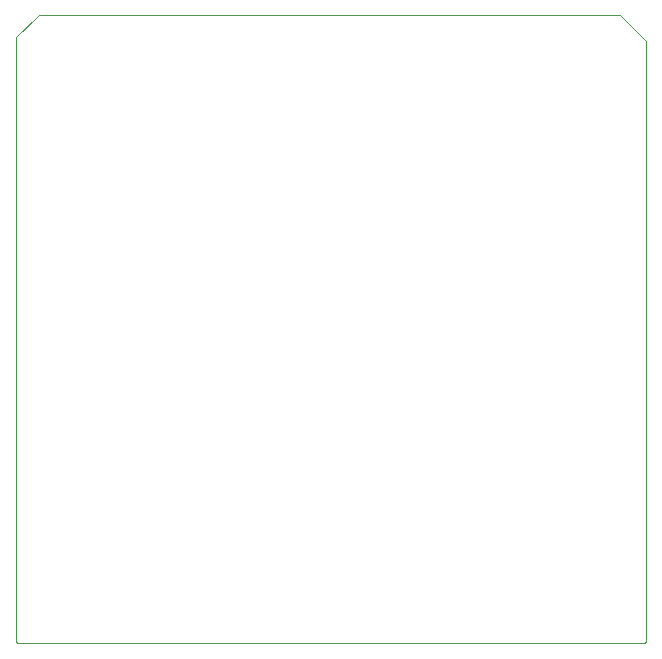
<source format=gbr>
G04*
G04 #@! TF.GenerationSoftware,Altium Limited,Altium Designer,22.4.2 (48)*
G04*
G04 Layer_Color=0*
%FSLAX44Y44*%
%MOMM*%
G71*
G04*
G04 #@! TF.SameCoordinates,3517102E-CA2B-4814-AB3A-28068C8F3B0D*
G04*
G04*
G04 #@! TF.FilePolarity,Positive*
G04*
G01*
G75*
%ADD16C,0.0254*%
D16*
X749099Y550099D02*
X750099Y549099D01*
X751000Y548726D01*
X1281000D01*
D02*
G03*
X1282274Y550000I0J1274D01*
G01*
Y1058000D01*
X1281901Y1058901D01*
X1260901Y1079901D01*
X1260000Y1080274D01*
X768000D01*
X767099Y1079901D01*
X749099Y1061901D01*
X748726Y1061000D01*
X749099Y550099D01*
M02*

</source>
